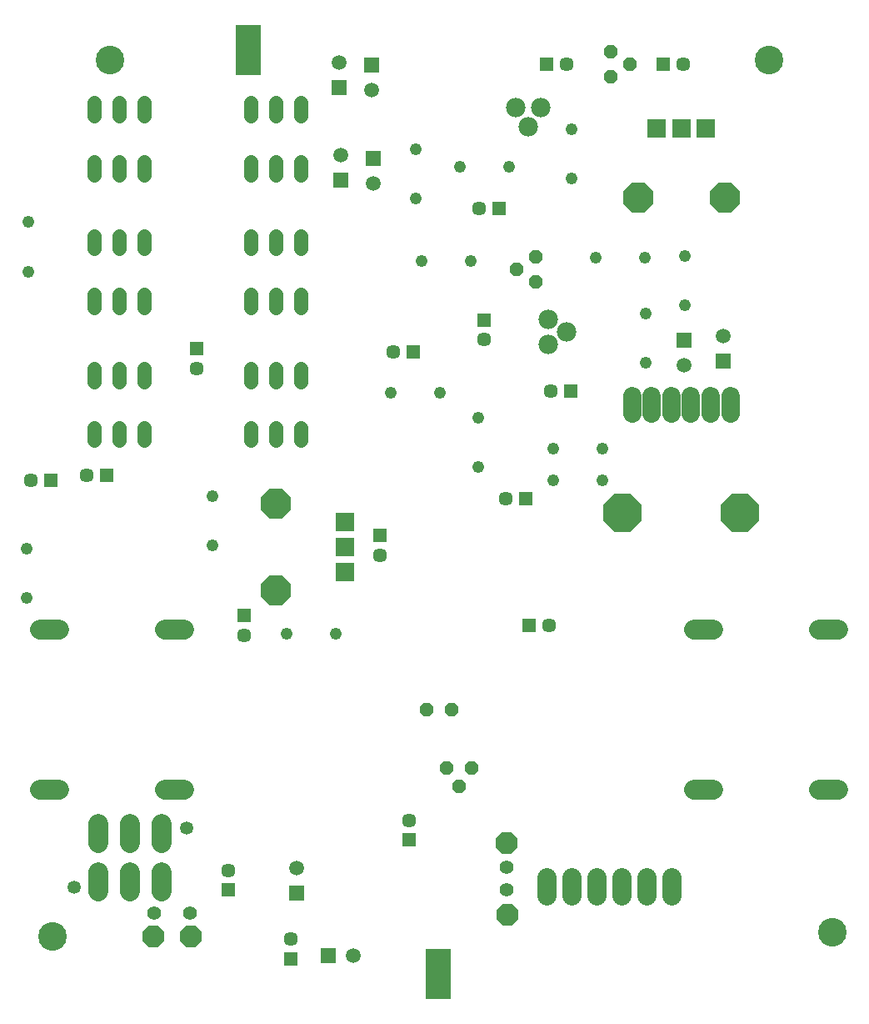
<source format=gbr>
G04 EAGLE Gerber X2 export*
%TF.Part,Single*%
%TF.FileFunction,Soldermask,Bot,1*%
%TF.FilePolarity,Positive*%
%TF.GenerationSoftware,Autodesk,EAGLE,9.2.0*%
%TF.CreationDate,2018-10-30T13:39:06Z*%
G75*
%MOMM*%
%FSLAX34Y34*%
%LPD*%
%INSoldermask Bottom*%
%IPPOS*%
%AMOC8*
5,1,8,0,0,1.08239X$1,22.5*%
G01*
%ADD10C,1.244600*%
%ADD11R,1.451600X1.451600*%
%ADD12C,1.451600*%
%ADD13C,1.509600*%
%ADD14R,1.509600X1.509600*%
%ADD15C,1.422400*%
%ADD16C,2.051600*%
%ADD17P,1.539592X8X202.500000*%
%ADD18P,2.446851X8X112.500000*%
%ADD19C,1.981200*%
%ADD20P,1.539592X8X292.500000*%
%ADD21P,1.539592X8X112.500000*%
%ADD22R,1.981200X1.981200*%
%ADD23P,3.357141X8X112.500000*%
%ADD24P,3.357141X8X22.500000*%
%ADD25P,2.446851X8X22.500000*%
%ADD26P,2.446851X8X202.500000*%
%ADD27C,1.901600*%
%ADD28P,4.233877X8X22.500000*%
%ADD29C,1.981200*%
%ADD30C,1.351600*%
%ADD31C,2.901600*%
%ADD32R,2.641600X5.181600*%
%ADD33C,1.401600*%


D10*
X318710Y377210D03*
X268710Y377210D03*
D11*
X484900Y809150D03*
D12*
X464900Y809150D03*
D11*
X469900Y695800D03*
D12*
X469900Y675800D03*
D10*
X540150Y565150D03*
X590150Y565150D03*
D11*
X177490Y666880D03*
D12*
X177490Y646880D03*
D11*
X557640Y623650D03*
D12*
X537640Y623650D03*
D11*
X397350Y663480D03*
D12*
X377350Y663480D03*
D10*
X463550Y596500D03*
X463550Y546500D03*
X194020Y466910D03*
X194020Y516910D03*
D11*
X86200Y538020D03*
D12*
X66200Y538020D03*
D11*
X511650Y514350D03*
D12*
X491650Y514350D03*
D11*
X515510Y386000D03*
D12*
X535510Y386000D03*
D10*
X5000Y413530D03*
X5000Y463530D03*
D11*
X29050Y533400D03*
D12*
X9050Y533400D03*
D10*
X540150Y533400D03*
X590150Y533400D03*
D11*
X363870Y477000D03*
D12*
X363870Y457000D03*
D11*
X225780Y395840D03*
D12*
X225780Y375840D03*
D10*
X634050Y652588D03*
X634050Y702588D03*
D11*
X273050Y47150D03*
D12*
X273050Y67150D03*
D11*
X393700Y167800D03*
D12*
X393700Y187800D03*
D11*
X209550Y117000D03*
D12*
X209550Y137000D03*
D10*
X6350Y745160D03*
X6350Y795160D03*
D11*
X651940Y955743D03*
D12*
X671940Y955743D03*
D11*
X533560Y955743D03*
D12*
X553560Y955743D03*
D10*
X558800Y839380D03*
X558800Y889380D03*
X494900Y851870D03*
X444900Y851870D03*
D13*
X336550Y50800D03*
D14*
X311150Y50800D03*
D13*
X279400Y139700D03*
D14*
X279400Y114300D03*
D15*
X283800Y708396D02*
X283800Y721604D01*
X258400Y721604D02*
X258400Y708396D01*
X233000Y708396D02*
X233000Y721604D01*
X233000Y768396D02*
X233000Y781604D01*
X258400Y781604D02*
X258400Y768396D01*
X283800Y768396D02*
X283800Y781604D01*
D16*
X38250Y218850D02*
X18750Y218850D01*
X18750Y381150D02*
X38250Y381150D01*
X145750Y218850D02*
X165250Y218850D01*
X165250Y381150D02*
X145750Y381150D01*
D17*
X436900Y300000D03*
X411500Y300000D03*
D18*
X492760Y165100D03*
X493760Y92280D03*
D15*
X283800Y843396D02*
X283800Y856604D01*
X258400Y856604D02*
X258400Y843396D01*
X233000Y843396D02*
X233000Y856604D01*
X233000Y903396D02*
X233000Y916604D01*
X258400Y916604D02*
X258400Y903396D01*
X283800Y903396D02*
X283800Y916604D01*
X73000Y916604D02*
X73000Y903396D01*
X98400Y903396D02*
X98400Y916604D01*
X123800Y916604D02*
X123800Y903396D01*
X123800Y856604D02*
X123800Y843396D01*
X98400Y843396D02*
X98400Y856604D01*
X73000Y856604D02*
X73000Y843396D01*
D16*
X810250Y381150D02*
X829750Y381150D01*
X829750Y218850D02*
X810250Y218850D01*
X702750Y381150D02*
X683250Y381150D01*
X683250Y218850D02*
X702750Y218850D01*
D19*
X527050Y911320D03*
X514350Y892270D03*
X501650Y911320D03*
D20*
X598440Y943045D03*
X617490Y955745D03*
X598440Y968445D03*
D21*
X521970Y760080D03*
X502920Y747380D03*
X521970Y734680D03*
D19*
X534560Y696580D03*
X553610Y683880D03*
X534560Y671180D03*
D22*
X645000Y890000D03*
X670000Y890000D03*
X695000Y890000D03*
D23*
X626000Y820000D03*
X714000Y820000D03*
D13*
X323850Y863600D03*
D14*
X323850Y838200D03*
D13*
X356870Y834390D03*
D14*
X356870Y859790D03*
D13*
X672562Y650113D03*
D14*
X672562Y675513D03*
D13*
X712470Y679450D03*
D14*
X712470Y654050D03*
D22*
X328400Y490400D03*
X328400Y465400D03*
X328400Y440400D03*
D24*
X258400Y509400D03*
X258400Y421400D03*
D15*
X73000Y768396D02*
X73000Y781604D01*
X98400Y781604D02*
X98400Y768396D01*
X123800Y768396D02*
X123800Y781604D01*
X123800Y721604D02*
X123800Y708396D01*
X98400Y708396D02*
X98400Y721604D01*
X73000Y721604D02*
X73000Y708396D01*
D25*
X133350Y69850D03*
D26*
X171450Y69850D03*
D27*
X640000Y601000D02*
X640000Y619000D01*
X620000Y619000D02*
X620000Y601000D01*
X720000Y601000D02*
X720000Y619000D01*
X660000Y619000D02*
X660000Y601000D01*
X680000Y601000D02*
X680000Y619000D01*
X700000Y619000D02*
X700000Y601000D01*
D28*
X610000Y500000D03*
X730000Y500000D03*
D29*
X660400Y130048D02*
X660400Y111252D01*
X635000Y111252D02*
X635000Y130048D01*
X609600Y130048D02*
X609600Y111252D01*
X584200Y111252D02*
X584200Y130048D01*
X558800Y130048D02*
X558800Y111252D01*
X533400Y111252D02*
X533400Y130048D01*
D16*
X78000Y135000D02*
X78000Y115500D01*
X110000Y115500D02*
X110000Y135000D01*
X142000Y135000D02*
X142000Y115500D01*
X142000Y165000D02*
X142000Y184500D01*
X110000Y184500D02*
X110000Y165000D01*
X78000Y165000D02*
X78000Y184500D01*
D30*
X53000Y120000D03*
X167000Y180000D03*
D31*
X89200Y960000D03*
X759200Y960000D03*
D10*
X456400Y755650D03*
X406400Y755650D03*
X424650Y622300D03*
X374650Y622300D03*
D32*
X229720Y970000D03*
X423200Y31750D03*
D10*
X583140Y759160D03*
X633140Y759160D03*
X400050Y869550D03*
X400050Y819550D03*
D13*
X355280Y929020D03*
D14*
X355280Y954420D03*
D13*
X321990Y957500D03*
D14*
X321990Y932100D03*
D17*
X431800Y241300D03*
X444500Y222250D03*
X457200Y241300D03*
D15*
X73000Y573396D02*
X73000Y586604D01*
X98400Y586604D02*
X98400Y573396D01*
X123800Y573396D02*
X123800Y586604D01*
X123800Y633396D02*
X123800Y646604D01*
X98400Y646604D02*
X98400Y633396D01*
X73000Y633396D02*
X73000Y646604D01*
X283800Y646604D02*
X283800Y633396D01*
X258400Y633396D02*
X258400Y646604D01*
X233000Y646604D02*
X233000Y633396D01*
X233000Y586604D02*
X233000Y573396D01*
X258400Y573396D02*
X258400Y586604D01*
X283800Y586604D02*
X283800Y573396D01*
D10*
X673612Y711120D03*
X673612Y761120D03*
D31*
X30680Y69880D03*
X823880Y74500D03*
D33*
X133980Y93940D03*
X170940Y93940D03*
X492800Y117040D03*
X492800Y140140D03*
M02*

</source>
